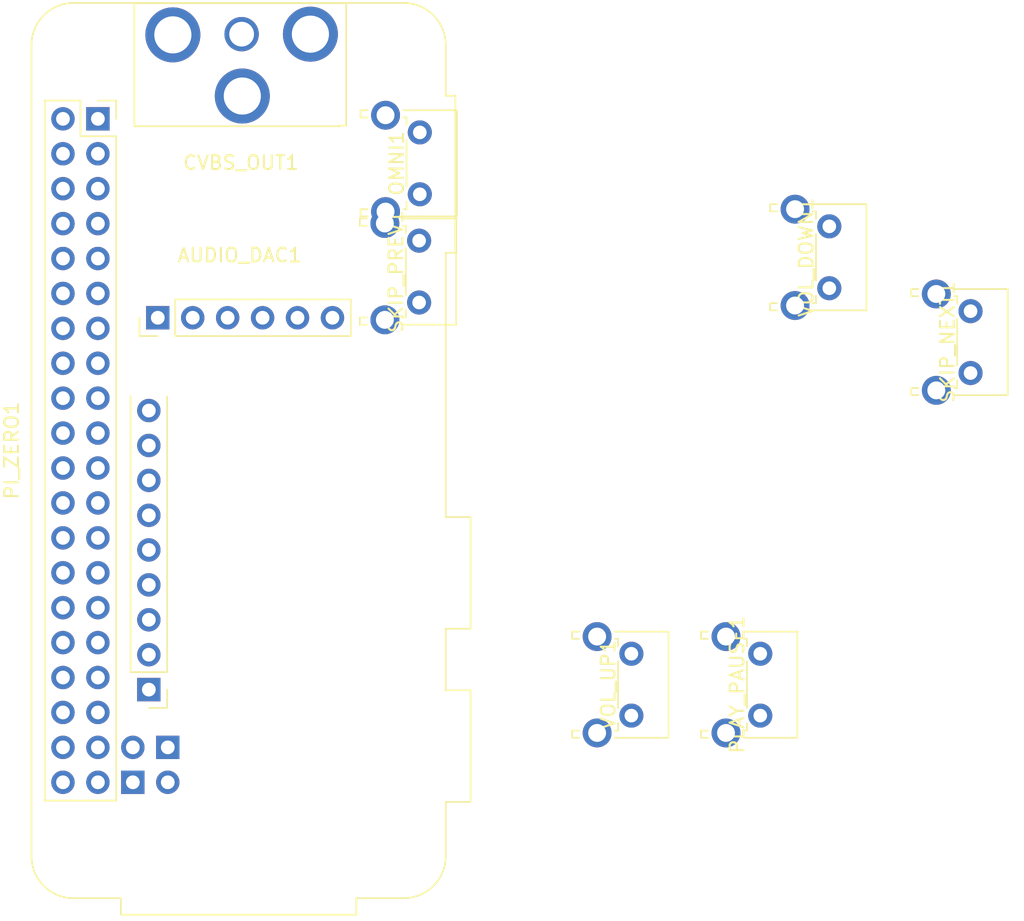
<source format=kicad_pcb>
(kicad_pcb (version 20171130) (host pcbnew "(5.1.10-1-10_14)")

  (general
    (thickness 1.6)
    (drawings 0)
    (tracks 0)
    (zones 0)
    (modules 9)
    (nets 44)
  )

  (page A4)
  (layers
    (0 F.Cu signal)
    (31 B.Cu signal)
    (32 B.Adhes user)
    (33 F.Adhes user)
    (34 B.Paste user)
    (35 F.Paste user)
    (36 B.SilkS user)
    (37 F.SilkS user)
    (38 B.Mask user)
    (39 F.Mask user)
    (40 Dwgs.User user)
    (41 Cmts.User user)
    (42 Eco1.User user)
    (43 Eco2.User user)
    (44 Edge.Cuts user)
    (45 Margin user)
    (46 B.CrtYd user)
    (47 F.CrtYd user)
    (48 B.Fab user)
    (49 F.Fab user)
  )

  (setup
    (last_trace_width 0.25)
    (trace_clearance 0.2)
    (zone_clearance 0.508)
    (zone_45_only no)
    (trace_min 0.2)
    (via_size 0.8)
    (via_drill 0.4)
    (via_min_size 0.4)
    (via_min_drill 0.3)
    (uvia_size 0.3)
    (uvia_drill 0.1)
    (uvias_allowed no)
    (uvia_min_size 0.2)
    (uvia_min_drill 0.1)
    (edge_width 0.05)
    (segment_width 0.2)
    (pcb_text_width 0.3)
    (pcb_text_size 1.5 1.5)
    (mod_edge_width 0.12)
    (mod_text_size 1 1)
    (mod_text_width 0.15)
    (pad_size 1.524 1.524)
    (pad_drill 0.762)
    (pad_to_mask_clearance 0)
    (aux_axis_origin 0 0)
    (visible_elements FFFFFF7F)
    (pcbplotparams
      (layerselection 0x010fc_ffffffff)
      (usegerberextensions false)
      (usegerberattributes true)
      (usegerberadvancedattributes true)
      (creategerberjobfile true)
      (excludeedgelayer true)
      (linewidth 0.100000)
      (plotframeref false)
      (viasonmask false)
      (mode 1)
      (useauxorigin false)
      (hpglpennumber 1)
      (hpglpenspeed 20)
      (hpglpendiameter 15.000000)
      (psnegative false)
      (psa4output false)
      (plotreference true)
      (plotvalue true)
      (plotinvisibletext false)
      (padsonsilk false)
      (subtractmaskfromsilk false)
      (outputformat 1)
      (mirror false)
      (drillshape 1)
      (scaleselection 1)
      (outputdirectory ""))
  )

  (net 0 "")
  (net 1 GND)
  (net 2 "Net-(AUDIO_DAC1-Pad11)")
  (net 3 "Net-(AUDIO_DAC1-Pad12)")
  (net 4 "Net-(AUDIO_DAC1-Pad13)")
  (net 5 "Net-(AUDIO_DAC1-Pad15)")
  (net 6 "Net-(AUDIO_DAC1-Pad9)")
  (net 7 "Net-(AUDIO_DAC1-Pad5)")
  (net 8 "Net-(AUDIO_DAC1-Pad6)")
  (net 9 "Net-(AUDIO_DAC1-Pad7)")
  (net 10 "Net-(AUDIO_DAC1-Pad8)")
  (net 11 "Net-(AUDIO_DAC1-Pad4)")
  (net 12 "Net-(AUDIO_DAC1-Pad1)")
  (net 13 "Net-(AUDIO_DAC1-Pad3)")
  (net 14 "Net-(AUDIO_DAC1-Pad2)")
  (net 15 "Net-(CVBS_OUT1-Pad1)")
  (net 16 "Net-(OMNI1-Pad1)")
  (net 17 "Net-(PI_ZERO1-Pad3)")
  (net 18 "Net-(PI_ZERO1-Pad15)")
  (net 19 "Net-(PI_ZERO1-Pad16)")
  (net 20 "Net-(PI_ZERO1-Pad4)")
  (net 21 "Net-(PI_ZERO1-Pad5)")
  (net 22 "Net-(PI_ZERO1-Pad2)")
  (net 23 "Net-(PI_ZERO1-Pad23)")
  (net 24 "Net-(PI_ZERO1-Pad11)")
  (net 25 "Net-(PI_ZERO1-Pad27)")
  (net 26 "Net-(PI_ZERO1-Pad28)")
  (net 27 "Net-(PI_ZERO1-Pad13)")
  (net 28 "Net-(PI_ZERO1-Pad10)")
  (net 29 "Net-(PI_ZERO1-Pad19)")
  (net 30 "Net-(PI_ZERO1-Pad37)")
  (net 31 "Net-(PI_ZERO1-Pad38)")
  (net 32 "Net-(PI_ZERO1-Pad33)")
  (net 33 "Net-(PI_ZERO1-Pad36)")
  (net 34 "Net-(PI_ZERO1-Pad18)")
  (net 35 "Net-(PI_ZERO1-Pad31)")
  (net 36 "Net-(PI_ZERO1-Pad32)")
  (net 37 "Net-(PI_ZERO1-Pad7)")
  (net 38 "Net-(PI_ZERO1-Pad8)")
  (net 39 "Net-(PI_ZERO1-Pad29)")
  (net 40 "Net-(PI_ZERO1-Pad21)")
  (net 41 "Net-(PI_ZERO1-Pad22)")
  (net 42 "Net-(PI_ZERO1-Pad26)")
  (net 43 "Net-(PI_ZERO1-Pad42)")

  (net_class Default "This is the default net class."
    (clearance 0.2)
    (trace_width 0.25)
    (via_dia 0.8)
    (via_drill 0.4)
    (uvia_dia 0.3)
    (uvia_drill 0.1)
    (add_net GND)
    (add_net "Net-(AUDIO_DAC1-Pad1)")
    (add_net "Net-(AUDIO_DAC1-Pad11)")
    (add_net "Net-(AUDIO_DAC1-Pad12)")
    (add_net "Net-(AUDIO_DAC1-Pad13)")
    (add_net "Net-(AUDIO_DAC1-Pad15)")
    (add_net "Net-(AUDIO_DAC1-Pad2)")
    (add_net "Net-(AUDIO_DAC1-Pad3)")
    (add_net "Net-(AUDIO_DAC1-Pad4)")
    (add_net "Net-(AUDIO_DAC1-Pad5)")
    (add_net "Net-(AUDIO_DAC1-Pad6)")
    (add_net "Net-(AUDIO_DAC1-Pad7)")
    (add_net "Net-(AUDIO_DAC1-Pad8)")
    (add_net "Net-(AUDIO_DAC1-Pad9)")
    (add_net "Net-(CVBS_OUT1-Pad1)")
    (add_net "Net-(OMNI1-Pad1)")
    (add_net "Net-(PI_ZERO1-Pad10)")
    (add_net "Net-(PI_ZERO1-Pad11)")
    (add_net "Net-(PI_ZERO1-Pad13)")
    (add_net "Net-(PI_ZERO1-Pad15)")
    (add_net "Net-(PI_ZERO1-Pad16)")
    (add_net "Net-(PI_ZERO1-Pad18)")
    (add_net "Net-(PI_ZERO1-Pad19)")
    (add_net "Net-(PI_ZERO1-Pad2)")
    (add_net "Net-(PI_ZERO1-Pad21)")
    (add_net "Net-(PI_ZERO1-Pad22)")
    (add_net "Net-(PI_ZERO1-Pad23)")
    (add_net "Net-(PI_ZERO1-Pad26)")
    (add_net "Net-(PI_ZERO1-Pad27)")
    (add_net "Net-(PI_ZERO1-Pad28)")
    (add_net "Net-(PI_ZERO1-Pad29)")
    (add_net "Net-(PI_ZERO1-Pad3)")
    (add_net "Net-(PI_ZERO1-Pad31)")
    (add_net "Net-(PI_ZERO1-Pad32)")
    (add_net "Net-(PI_ZERO1-Pad33)")
    (add_net "Net-(PI_ZERO1-Pad36)")
    (add_net "Net-(PI_ZERO1-Pad37)")
    (add_net "Net-(PI_ZERO1-Pad38)")
    (add_net "Net-(PI_ZERO1-Pad4)")
    (add_net "Net-(PI_ZERO1-Pad42)")
    (add_net "Net-(PI_ZERO1-Pad5)")
    (add_net "Net-(PI_ZERO1-Pad7)")
    (add_net "Net-(PI_ZERO1-Pad8)")
  )

  (module lib_fb:rpiPCM5102 (layer F.Cu) (tedit 5F258944) (tstamp 60FE644E)
    (at 131.308 98.714)
    (descr "Through hole straight pin header, 1x06, 2.54mm pitch, single row")
    (tags "Through hole pin header THT 1x06 2.54mm single row")
    (path /60FE0538)
    (fp_text reference AUDIO_DAC1 (at -4.2 -23) (layer F.SilkS)
      (effects (font (size 1 1) (thickness 0.15)))
    )
    (fp_text value PCM5102 (at -4.6 -21.3) (layer F.Fab)
      (effects (font (size 1 1) (thickness 0.15)))
    )
    (fp_line (start -11.42 -17.815) (end -11.42 -19.72) (layer F.Fab) (width 0.1))
    (fp_line (start -11.42 -19.72) (end 3.82 -19.72) (layer F.Fab) (width 0.1))
    (fp_line (start 3.82 -19.72) (end 3.82 -17.18) (layer F.Fab) (width 0.1))
    (fp_line (start 3.82 -17.18) (end -10.785 -17.18) (layer F.Fab) (width 0.1))
    (fp_line (start -10.785 -17.18) (end -11.42 -17.815) (layer F.Fab) (width 0.1))
    (fp_line (start 3.88 -17.12) (end 3.88 -19.78) (layer F.SilkS) (width 0.12))
    (fp_line (start -8.88 -17.12) (end 3.88 -17.12) (layer F.SilkS) (width 0.12))
    (fp_line (start -8.88 -19.78) (end 3.88 -19.78) (layer F.SilkS) (width 0.12))
    (fp_line (start -8.88 -17.12) (end -8.88 -19.78) (layer F.SilkS) (width 0.12))
    (fp_line (start -10.15 -17.12) (end -11.48 -17.12) (layer F.SilkS) (width 0.12))
    (fp_line (start -11.48 -17.12) (end -11.48 -18.45) (layer F.SilkS) (width 0.12))
    (fp_line (start 4.35 10.45) (end 4.35 -20.25) (layer F.CrtYd) (width 0.05))
    (fp_line (start 4.35 -20.25) (end -12.5 -20.25) (layer F.CrtYd) (width 0.05))
    (fp_line (start -10.165 9.87) (end -12.07 9.87) (layer F.Fab) (width 0.1))
    (fp_line (start -9.53 -12.75) (end -9.53 9.235) (layer F.Fab) (width 0.1))
    (fp_line (start -9.53 9.235) (end -10.165 9.87) (layer F.Fab) (width 0.1))
    (fp_line (start -9.47 7.33) (end -12.13 7.33) (layer F.SilkS) (width 0.12))
    (fp_line (start -12.13 7.33) (end -12.13 -12.75) (layer F.SilkS) (width 0.12))
    (fp_line (start -12.6 10.4) (end 4.3 10.4) (layer F.CrtYd) (width 0.05))
    (fp_line (start -12.6 -20.3) (end -12.6 10.4) (layer F.CrtYd) (width 0.05))
    (fp_line (start -9.47 7.33) (end -9.47 -12.7) (layer F.SilkS) (width 0.12))
    (fp_line (start -12.07 9.87) (end -12.07 -12.65) (layer F.Fab) (width 0.1))
    (fp_line (start -9.47 9.93) (end -10.8 9.93) (layer F.SilkS) (width 0.12))
    (fp_line (start -9.47 8.6) (end -9.47 9.93) (layer F.SilkS) (width 0.12))
    (fp_text user %R (at -4.2 -23 180) (layer F.Fab)
      (effects (font (size 1 1) (thickness 0.15)))
    )
    (pad 10 thru_hole rect (at -10.15 -18.45 90) (size 1.7 1.7) (drill 1) (layers *.Cu *.Mask)
      (net 1 GND))
    (pad 11 thru_hole oval (at -7.61 -18.45 90) (size 1.7 1.7) (drill 1) (layers *.Cu *.Mask)
      (net 2 "Net-(AUDIO_DAC1-Pad11)"))
    (pad 12 thru_hole oval (at -5.07 -18.45 90) (size 1.7 1.7) (drill 1) (layers *.Cu *.Mask)
      (net 3 "Net-(AUDIO_DAC1-Pad12)"))
    (pad 13 thru_hole oval (at -2.53 -18.45 90) (size 1.7 1.7) (drill 1) (layers *.Cu *.Mask)
      (net 4 "Net-(AUDIO_DAC1-Pad13)"))
    (pad 14 thru_hole oval (at 0.01 -18.45 90) (size 1.7 1.7) (drill 1) (layers *.Cu *.Mask)
      (net 1 GND))
    (pad 15 thru_hole oval (at 2.55 -18.45 90) (size 1.7 1.7) (drill 1) (layers *.Cu *.Mask)
      (net 5 "Net-(AUDIO_DAC1-Pad15)"))
    (pad 9 thru_hole rect (at -10.8 8.6 180) (size 1.7 1.7) (drill 1) (layers *.Cu *.Mask)
      (net 6 "Net-(AUDIO_DAC1-Pad9)"))
    (pad 5 thru_hole oval (at -10.8 -1.56 180) (size 1.7 1.7) (drill 1) (layers *.Cu *.Mask)
      (net 7 "Net-(AUDIO_DAC1-Pad5)"))
    (pad 6 thru_hole oval (at -10.8 0.98 180) (size 1.7 1.7) (drill 1) (layers *.Cu *.Mask)
      (net 8 "Net-(AUDIO_DAC1-Pad6)"))
    (pad 7 thru_hole oval (at -10.8 3.52 180) (size 1.7 1.7) (drill 1) (layers *.Cu *.Mask)
      (net 9 "Net-(AUDIO_DAC1-Pad7)"))
    (pad 8 thru_hole oval (at -10.8 6.06 180) (size 1.7 1.7) (drill 1) (layers *.Cu *.Mask)
      (net 10 "Net-(AUDIO_DAC1-Pad8)"))
    (pad 4 thru_hole oval (at -10.8 -4.08 180) (size 1.7 1.7) (drill 1) (layers *.Cu *.Mask)
      (net 11 "Net-(AUDIO_DAC1-Pad4)"))
    (pad 1 thru_hole oval (at -10.8 -11.7 180) (size 1.7 1.7) (drill 1) (layers *.Cu *.Mask)
      (net 12 "Net-(AUDIO_DAC1-Pad1)"))
    (pad 3 thru_hole oval (at -10.8 -6.62 180) (size 1.7 1.7) (drill 1) (layers *.Cu *.Mask)
      (net 13 "Net-(AUDIO_DAC1-Pad3)"))
    (pad 2 thru_hole oval (at -10.8 -9.16 180) (size 1.7 1.7) (drill 1) (layers *.Cu *.Mask)
      (net 14 "Net-(AUDIO_DAC1-Pad2)"))
    (model ${KISYS3DMOD}/Connector_PinHeader_2.54mm.3dshapes/PinHeader_1x06_P2.54mm_Vertical.wrl
      (at (xyz 0 0 0))
      (scale (xyz 1 1 1))
      (rotate (xyz 0 0 0))
    )
  )

  (module lib_fb:rca_angle_RCJ01 (layer F.Cu) (tedit 5F258D2E) (tstamp 60FE645F)
    (at 127.254 65.786 180)
    (path /60FF7856)
    (fp_text reference CVBS_OUT1 (at 0.05 -3.2) (layer F.SilkS)
      (effects (font (size 1 1) (thickness 0.15)))
    )
    (fp_text value Conn_Coaxial (at 0.05 -1.95) (layer F.Fab)
      (effects (font (size 1 1) (thickness 0.15)))
    )
    (fp_line (start -7.15 -0.55) (end 7.8 -0.55) (layer F.SilkS) (width 0.12))
    (fp_line (start 7.8 -0.55) (end 7.8 8.4) (layer F.SilkS) (width 0.12))
    (fp_line (start 7.8 8.4) (end -7.6 8.4) (layer F.SilkS) (width 0.12))
    (fp_line (start -7.6 8.4) (end -7.6 -0.5) (layer F.SilkS) (width 0.12))
    (fp_line (start -7.6 -0.5) (end -7.1 -0.5) (layer F.SilkS) (width 0.12))
    (fp_line (start -7.65 -0.65) (end 7.95 -0.65) (layer F.CrtYd) (width 0.12))
    (fp_line (start 7.95 -0.65) (end 7.95 8.5) (layer F.CrtYd) (width 0.12))
    (fp_line (start 7.95 8.5) (end -7.7 8.5) (layer F.CrtYd) (width 0.12))
    (fp_line (start -7.7 8.5) (end -7.7 -0.6) (layer F.CrtYd) (width 0.12))
    (pad 1 thru_hole circle (at 0 6.15 180) (size 2.5 2.5) (drill 1.8) (layers *.Cu *.Mask)
      (net 15 "Net-(CVBS_OUT1-Pad1)"))
    (pad 2 thru_hole circle (at 5 6.1 180) (size 4 4) (drill 2.7) (layers *.Cu *.Mask)
      (net 1 GND))
    (pad 2 thru_hole circle (at -5 6.15 180) (size 4 4) (drill 2.7) (layers *.Cu *.Mask)
      (net 1 GND))
    (pad 2 thru_hole circle (at -0.05 1.65 180) (size 4 4) (drill 2.7) (layers *.Cu *.Mask)
      (net 1 GND))
  )

  (module Button_Switch_THT:SW_Tactile_SPST_Angled_PTS645Vx39-2LFS (layer F.Cu) (tedit 5A02FE31) (tstamp 60FE6485)
    (at 140.208 66.782 270)
    (descr "tactile switch SPST right angle, PTS645VL39-2 LFS")
    (tags "tactile switch SPST angled PTS645VL39-2 LFS C&K Button")
    (path /60FE223C)
    (fp_text reference OMNI1 (at 2.25 1.68 90) (layer F.SilkS)
      (effects (font (size 1 1) (thickness 0.15)))
    )
    (fp_text value SW_SPST (at 2.25 5.38988 90) (layer F.Fab)
      (effects (font (size 1 1) (thickness 0.15)))
    )
    (fp_line (start 0.55 0.97) (end 3.95 0.97) (layer F.SilkS) (width 0.12))
    (fp_line (start -1.09 0.97) (end -0.55 0.97) (layer F.SilkS) (width 0.12))
    (fp_line (start 6.11 3.8) (end 6.11 4.31) (layer F.SilkS) (width 0.12))
    (fp_line (start 5.59 4.31) (end 6.11 4.31) (layer F.SilkS) (width 0.12))
    (fp_line (start 5.59 3.8) (end 5.59 4.31) (layer F.SilkS) (width 0.12))
    (fp_line (start 5.05 0.97) (end 5.59 0.97) (layer F.SilkS) (width 0.12))
    (fp_line (start -1.61 3.8) (end -1.61 4.31) (layer F.SilkS) (width 0.12))
    (fp_line (start -1.09 3.8) (end -1.09 4.31) (layer F.SilkS) (width 0.12))
    (fp_line (start 5.59 0.97) (end 5.59 1.2) (layer F.SilkS) (width 0.12))
    (fp_line (start -1.2 4.2) (end -1.2 0.86) (layer F.Fab) (width 0.1))
    (fp_line (start 5.7 4.2) (end 6 4.2) (layer F.Fab) (width 0.1))
    (fp_line (start -1.5 4.2) (end -1.5 -2.59) (layer F.Fab) (width 0.1))
    (fp_line (start -1.5 -2.59) (end 6 -2.59) (layer F.Fab) (width 0.1))
    (fp_line (start -1.61 -2.7) (end -1.61 1.2) (layer F.SilkS) (width 0.12))
    (fp_line (start -1.61 4.31) (end -1.09 4.31) (layer F.SilkS) (width 0.12))
    (fp_line (start 6.11 -2.7) (end 6.11 1.2) (layer F.SilkS) (width 0.12))
    (fp_line (start -1.61 -2.7) (end 6.11 -2.7) (layer F.SilkS) (width 0.12))
    (fp_line (start -2.5 4.45) (end -2.5 -2.8) (layer F.CrtYd) (width 0.05))
    (fp_line (start 7.05 4.45) (end -2.5 4.45) (layer F.CrtYd) (width 0.05))
    (fp_line (start 7.05 -2.8) (end 7.05 4.45) (layer F.CrtYd) (width 0.05))
    (fp_line (start -2.5 -2.8) (end 7.05 -2.8) (layer F.CrtYd) (width 0.05))
    (fp_line (start 6 4.2) (end 6 -2.59) (layer F.Fab) (width 0.1))
    (fp_line (start -1.2 0.86) (end 5.7 0.86) (layer F.Fab) (width 0.1))
    (fp_line (start -1.5 4.2) (end -1.2 4.2) (layer F.Fab) (width 0.1))
    (fp_line (start 5.7 4.2) (end 5.7 0.86) (layer F.Fab) (width 0.1))
    (fp_line (start -1.09 0.97) (end -1.09 1.2) (layer F.SilkS) (width 0.12))
    (fp_line (start 0.5 -3.85) (end 4 -3.85) (layer F.Fab) (width 0.1))
    (fp_line (start 4 -3.85) (end 4 -2.59) (layer F.Fab) (width 0.1))
    (fp_line (start 0.5 -3.85) (end 0.5 -2.59) (layer F.Fab) (width 0.1))
    (fp_text user %R (at 2.25 1.68 90) (layer F.Fab)
      (effects (font (size 1 1) (thickness 0.15)))
    )
    (pad "" thru_hole circle (at -1.25 2.49 270) (size 2.1 2.1) (drill 1.3) (layers *.Cu *.Mask))
    (pad 1 thru_hole circle (at 0 0 270) (size 1.75 1.75) (drill 0.99) (layers *.Cu *.Mask)
      (net 16 "Net-(OMNI1-Pad1)"))
    (pad 2 thru_hole circle (at 4.5 0 270) (size 1.75 1.75) (drill 0.99) (layers *.Cu *.Mask)
      (net 1 GND))
    (pad "" thru_hole circle (at 5.76 2.49 270) (size 2.1 2.1) (drill 1.3) (layers *.Cu *.Mask))
    (model ${KISYS3DMOD}/Button_Switch_THT.3dshapes/SW_Tactile_SPST_Angled_PTS645Vx39-2LFS.wrl
      (at (xyz 0 0 0))
      (scale (xyz 1 1 1))
      (rotate (xyz 0 0 0))
    )
  )

  (module lib_fb:Raspberry_Pi_Zero (layer F.Cu) (tedit 5F258264) (tstamp 60FE650F)
    (at 116.805001 65.795001)
    (descr "Raspberry Pi Zero using through hole straight pin socket, 2x20, 2.54mm pitch, https://www.raspberrypi.org/documentation/hardware/raspberrypi/mechanical/rpi_MECH_Zero_1p2.pdf")
    (tags "raspberry pi zero through hole")
    (path /60FE165F)
    (fp_text reference PI_ZERO1 (at -6.27 24.13 90) (layer F.SilkS)
      (effects (font (size 1 1) (thickness 0.15)))
    )
    (fp_text value Raspberry_Pi_Zero (at 10.23 24.13 270) (layer F.Fab)
      (effects (font (size 1 1) (thickness 0.15)))
    )
    (fp_line (start 25.29 -1.68) (end 25.29 -5.37) (layer F.SilkS) (width 0.12))
    (fp_line (start 25.99 -1.68) (end 25.29 -1.68) (layer F.SilkS) (width 0.12))
    (fp_line (start 25.99 9.74) (end 25.99 -1.68) (layer F.SilkS) (width 0.12))
    (fp_line (start 25.29 9.74) (end 25.99 9.74) (layer F.SilkS) (width 0.12))
    (fp_line (start 25.29 28.97) (end 25.29 9.74) (layer F.SilkS) (width 0.12))
    (fp_line (start 25.29 41.57) (end 25.29 37.09) (layer F.SilkS) (width 0.12))
    (fp_line (start 27.09 37.09) (end 27.09 28.97) (layer F.SilkS) (width 0.12))
    (fp_line (start 27.09 28.97) (end 25.29 28.97) (layer F.SilkS) (width 0.12))
    (fp_line (start 25.29 37.09) (end 27.09 37.09) (layer F.SilkS) (width 0.12))
    (fp_line (start 27.09 41.57) (end 25.29 41.57) (layer F.SilkS) (width 0.12))
    (fp_line (start 27.09 49.69) (end 27.09 41.57) (layer F.SilkS) (width 0.12))
    (fp_line (start 25.29 49.69) (end 27.09 49.69) (layer F.SilkS) (width 0.12))
    (fp_line (start 1.67 56.69) (end -1.77 56.69) (layer F.SilkS) (width 0.12))
    (fp_line (start 18.79 57.89) (end 18.79 56.69) (layer F.SilkS) (width 0.12))
    (fp_line (start 1.67 57.89) (end 18.79 57.89) (layer F.SilkS) (width 0.12))
    (fp_line (start 1.67 56.69) (end 1.67 57.89) (layer F.SilkS) (width 0.12))
    (fp_line (start 22.23 56.63) (end 18.73 56.63) (layer F.Fab) (width 0.1))
    (fp_line (start 18.73 56.63) (end 18.73 57.83) (layer F.Fab) (width 0.1))
    (fp_line (start 1.73 57.83) (end 18.73 57.83) (layer F.Fab) (width 0.1))
    (fp_line (start 1.73 56.63) (end 1.73 57.83) (layer F.Fab) (width 0.1))
    (fp_line (start 25.23 29.03) (end 25.23 9.68) (layer F.Fab) (width 0.1))
    (fp_line (start 25.23 41.63) (end 25.23 37.03) (layer F.Fab) (width 0.1))
    (fp_line (start 25.23 49.63) (end 25.23 53.63) (layer F.Fab) (width 0.1))
    (fp_line (start 27.03 37.03) (end 27.03 29.03) (layer F.Fab) (width 0.1))
    (fp_line (start 25.23 37.03) (end 27.03 37.03) (layer F.Fab) (width 0.1))
    (fp_line (start 27.03 29.03) (end 25.23 29.03) (layer F.Fab) (width 0.1))
    (fp_line (start -4.77 53.63) (end -4.77 -5.37) (layer F.Fab) (width 0.1))
    (fp_line (start -1.77 -8.37) (end 22.23 -8.37) (layer F.Fab) (width 0.1))
    (fp_line (start -1.77 56.63) (end 1.73 56.63) (layer F.Fab) (width 0.1))
    (fp_line (start -3.81 49.53) (end -3.81 -1.27) (layer F.Fab) (width 0.1))
    (fp_line (start 1.27 49.53) (end -3.81 49.53) (layer F.Fab) (width 0.1))
    (fp_line (start -3.87 -1.33) (end -3.87 49.59) (layer F.SilkS) (width 0.12))
    (fp_line (start -3.87 -1.33) (end -1.27 -1.33) (layer F.SilkS) (width 0.12))
    (fp_line (start 1.76 -1.8) (end 1.76 50) (layer F.CrtYd) (width 0.05))
    (fp_line (start -4.34 -1.8) (end 1.76 -1.8) (layer F.CrtYd) (width 0.05))
    (fp_line (start -4.34 50) (end -4.34 -1.8) (layer F.CrtYd) (width 0.05))
    (fp_line (start 1.76 50) (end -4.34 50) (layer F.CrtYd) (width 0.05))
    (fp_line (start -1.27 -1.33) (end -1.27 1.27) (layer F.SilkS) (width 0.12))
    (fp_line (start -1.27 1.27) (end 1.33 1.27) (layer F.SilkS) (width 0.12))
    (fp_line (start 0 -1.33) (end 1.33 -1.33) (layer F.SilkS) (width 0.12))
    (fp_line (start 1.33 -1.33) (end 1.33 0) (layer F.SilkS) (width 0.12))
    (fp_line (start 1.33 1.27) (end 1.33 49.59) (layer F.SilkS) (width 0.12))
    (fp_line (start -3.87 49.59) (end 1.33 49.59) (layer F.SilkS) (width 0.12))
    (fp_line (start 0.27 -1.27) (end 1.27 -0.27) (layer F.Fab) (width 0.1))
    (fp_line (start -3.81 -1.27) (end 0.27 -1.27) (layer F.Fab) (width 0.1))
    (fp_line (start 1.27 -0.27) (end 1.27 49.53) (layer F.Fab) (width 0.1))
    (fp_line (start 18.79 56.69) (end 22.23 56.69) (layer F.SilkS) (width 0.12))
    (fp_line (start 25.29 53.63) (end 25.29 49.69) (layer F.SilkS) (width 0.12))
    (fp_line (start -1.77 -8.43) (end 22.23 -8.43) (layer F.SilkS) (width 0.12))
    (fp_line (start -4.83 53.63) (end -4.83 -5.37) (layer F.SilkS) (width 0.12))
    (fp_line (start 27.53 50.13) (end 25.48 50.13) (layer F.CrtYd) (width 0.05))
    (fp_line (start 27.53 41.13) (end 25.48 41.13) (layer F.CrtYd) (width 0.05))
    (fp_line (start 27.53 50.13) (end 27.53 41.13) (layer F.CrtYd) (width 0.05))
    (fp_line (start 27.53 37.53) (end 25.48 37.53) (layer F.CrtYd) (width 0.05))
    (fp_line (start 27.53 37.53) (end 27.53 28.53) (layer F.CrtYd) (width 0.05))
    (fp_line (start 27.53 28.53) (end 25.48 28.53) (layer F.CrtYd) (width 0.05))
    (fp_line (start 26.43 10.18) (end 25.48 10.18) (layer F.CrtYd) (width 0.05))
    (fp_line (start 26.43 -2.12) (end 25.48 -2.12) (layer F.CrtYd) (width 0.05))
    (fp_line (start 26.43 -2.12) (end 26.43 10.18) (layer F.CrtYd) (width 0.05))
    (fp_line (start 1.23 58.33) (end 1.23 56.88) (layer F.CrtYd) (width 0.05))
    (fp_line (start 19.23 58.33) (end 19.23 56.88) (layer F.CrtYd) (width 0.05))
    (fp_line (start 19.23 58.33) (end 1.23 58.33) (layer F.CrtYd) (width 0.05))
    (fp_line (start -5.02 56.88) (end -5.02 -8.62) (layer F.CrtYd) (width 0.05))
    (fp_line (start 25.48 28.53) (end 25.48 10.18) (layer F.CrtYd) (width 0.05))
    (fp_line (start -5.02 -8.62) (end 25.48 -8.62) (layer F.CrtYd) (width 0.05))
    (fp_line (start 25.48 -2.12) (end 25.48 -8.62) (layer F.CrtYd) (width 0.05))
    (fp_line (start 25.48 37.53) (end 25.48 41.13) (layer F.CrtYd) (width 0.05))
    (fp_line (start 25.48 50.13) (end 25.48 56.88) (layer F.CrtYd) (width 0.05))
    (fp_line (start -5.02 56.88) (end 1.23 56.88) (layer F.CrtYd) (width 0.05))
    (fp_line (start 19.23 56.88) (end 25.48 56.88) (layer F.CrtYd) (width 0.05))
    (fp_line (start 25.23 -1.62) (end 25.93 -1.62) (layer F.Fab) (width 0.1))
    (fp_line (start 25.23 9.68) (end 25.93 9.68) (layer F.Fab) (width 0.1))
    (fp_line (start 25.93 9.68) (end 25.93 -1.62) (layer F.Fab) (width 0.1))
    (fp_line (start 25.23 -1.62) (end 25.23 -5.37) (layer F.Fab) (width 0.1))
    (fp_line (start 25.23 49.63) (end 27.03 49.63) (layer F.Fab) (width 0.1))
    (fp_line (start 27.03 49.63) (end 27.03 41.63) (layer F.Fab) (width 0.1))
    (fp_line (start 27.03 41.63) (end 25.23 41.63) (layer F.Fab) (width 0.1))
    (fp_arc (start 22.23 -5.37) (end 22.23 -8.43) (angle 90) (layer F.SilkS) (width 0.12))
    (fp_arc (start 22.23 53.63) (end 25.23 53.63) (angle 90) (layer F.Fab) (width 0.1))
    (fp_arc (start -1.77 -5.37) (end -4.83 -5.37) (angle 90) (layer F.SilkS) (width 0.12))
    (fp_arc (start -1.77 53.63) (end -1.77 56.69) (angle 90) (layer F.SilkS) (width 0.12))
    (fp_arc (start 22.23 53.63) (end 25.29 53.63) (angle 90) (layer F.SilkS) (width 0.12))
    (fp_arc (start 22.23 -5.37) (end 22.23 -8.37) (angle 90) (layer F.Fab) (width 0.1))
    (fp_arc (start -1.77 -5.37) (end -4.77 -5.37) (angle 90) (layer F.Fab) (width 0.1))
    (fp_arc (start -1.77 53.63) (end -1.77 56.63) (angle 90) (layer F.Fab) (width 0.1))
    (fp_text user %R (at -1.27 24.13 90) (layer F.Fab)
      (effects (font (size 1 1) (thickness 0.15)))
    )
    (pad 6 thru_hole oval (at -2.54 5.08) (size 1.7 1.7) (drill 1) (layers *.Cu *.Mask)
      (net 1 GND))
    (pad 3 thru_hole oval (at 0 2.54) (size 1.7 1.7) (drill 1) (layers *.Cu *.Mask)
      (net 17 "Net-(PI_ZERO1-Pad3)"))
    (pad 15 thru_hole oval (at 0 17.78) (size 1.7 1.7) (drill 1) (layers *.Cu *.Mask)
      (net 18 "Net-(PI_ZERO1-Pad15)"))
    (pad 16 thru_hole oval (at -2.54 17.78) (size 1.7 1.7) (drill 1) (layers *.Cu *.Mask)
      (net 19 "Net-(PI_ZERO1-Pad16)"))
    (pad 4 thru_hole oval (at -2.54 2.54) (size 1.7 1.7) (drill 1) (layers *.Cu *.Mask)
      (net 20 "Net-(PI_ZERO1-Pad4)"))
    (pad 5 thru_hole oval (at 0 5.08) (size 1.7 1.7) (drill 1) (layers *.Cu *.Mask)
      (net 21 "Net-(PI_ZERO1-Pad5)"))
    (pad 2 thru_hole oval (at -2.54 0) (size 1.7 1.7) (drill 1) (layers *.Cu *.Mask)
      (net 22 "Net-(PI_ZERO1-Pad2)"))
    (pad 1 thru_hole rect (at 0 0) (size 1.7 1.7) (drill 1) (layers *.Cu *.Mask)
      (net 5 "Net-(AUDIO_DAC1-Pad15)"))
    (pad 23 thru_hole oval (at 0 27.94) (size 1.7 1.7) (drill 1) (layers *.Cu *.Mask)
      (net 23 "Net-(PI_ZERO1-Pad23)"))
    (pad 24 thru_hole oval (at -2.54 27.94) (size 1.7 1.7) (drill 1) (layers *.Cu *.Mask)
      (net 16 "Net-(OMNI1-Pad1)"))
    (pad 11 thru_hole oval (at 0 12.7) (size 1.7 1.7) (drill 1) (layers *.Cu *.Mask)
      (net 24 "Net-(PI_ZERO1-Pad11)"))
    (pad 12 thru_hole oval (at -2.54 12.7) (size 1.7 1.7) (drill 1) (layers *.Cu *.Mask)
      (net 2 "Net-(AUDIO_DAC1-Pad11)"))
    (pad 27 thru_hole oval (at 0 33.02) (size 1.7 1.7) (drill 1) (layers *.Cu *.Mask)
      (net 25 "Net-(PI_ZERO1-Pad27)"))
    (pad 28 thru_hole oval (at -2.54 33.02) (size 1.7 1.7) (drill 1) (layers *.Cu *.Mask)
      (net 26 "Net-(PI_ZERO1-Pad28)"))
    (pad 13 thru_hole oval (at 0 15.24) (size 1.7 1.7) (drill 1) (layers *.Cu *.Mask)
      (net 27 "Net-(PI_ZERO1-Pad13)"))
    (pad 14 thru_hole oval (at -2.54 15.24) (size 1.7 1.7) (drill 1) (layers *.Cu *.Mask)
      (net 1 GND))
    (pad 9 thru_hole oval (at 0 10.16) (size 1.7 1.7) (drill 1) (layers *.Cu *.Mask)
      (net 1 GND))
    (pad 10 thru_hole oval (at -2.54 10.16) (size 1.7 1.7) (drill 1) (layers *.Cu *.Mask)
      (net 28 "Net-(PI_ZERO1-Pad10)"))
    (pad 19 thru_hole oval (at 0 22.86) (size 1.7 1.7) (drill 1) (layers *.Cu *.Mask)
      (net 29 "Net-(PI_ZERO1-Pad19)"))
    (pad 20 thru_hole oval (at -2.54 22.86) (size 1.7 1.7) (drill 1) (layers *.Cu *.Mask)
      (net 1 GND))
    (pad 37 thru_hole oval (at 0 45.72) (size 1.7 1.7) (drill 1) (layers *.Cu *.Mask)
      (net 30 "Net-(PI_ZERO1-Pad37)"))
    (pad 38 thru_hole oval (at -2.54 45.72) (size 1.7 1.7) (drill 1) (layers *.Cu *.Mask)
      (net 31 "Net-(PI_ZERO1-Pad38)"))
    (pad 33 thru_hole oval (at 0 40.64) (size 1.7 1.7) (drill 1) (layers *.Cu *.Mask)
      (net 32 "Net-(PI_ZERO1-Pad33)"))
    (pad 34 thru_hole oval (at -2.54 40.64) (size 1.7 1.7) (drill 1) (layers *.Cu *.Mask)
      (net 1 GND))
    (pad 35 thru_hole oval (at 0 43.18) (size 1.7 1.7) (drill 1) (layers *.Cu *.Mask)
      (net 4 "Net-(AUDIO_DAC1-Pad13)"))
    (pad 36 thru_hole oval (at -2.54 43.18) (size 1.7 1.7) (drill 1) (layers *.Cu *.Mask)
      (net 33 "Net-(PI_ZERO1-Pad36)"))
    (pad 17 thru_hole oval (at 0 20.32) (size 1.7 1.7) (drill 1) (layers *.Cu *.Mask)
      (net 5 "Net-(AUDIO_DAC1-Pad15)"))
    (pad 18 thru_hole oval (at -2.54 20.32) (size 1.7 1.7) (drill 1) (layers *.Cu *.Mask)
      (net 34 "Net-(PI_ZERO1-Pad18)"))
    (pad 31 thru_hole oval (at 0 38.1) (size 1.7 1.7) (drill 1) (layers *.Cu *.Mask)
      (net 35 "Net-(PI_ZERO1-Pad31)"))
    (pad 32 thru_hole oval (at -2.54 38.1) (size 1.7 1.7) (drill 1) (layers *.Cu *.Mask)
      (net 36 "Net-(PI_ZERO1-Pad32)"))
    (pad 7 thru_hole oval (at 0 7.62) (size 1.7 1.7) (drill 1) (layers *.Cu *.Mask)
      (net 37 "Net-(PI_ZERO1-Pad7)"))
    (pad 8 thru_hole oval (at -2.54 7.62) (size 1.7 1.7) (drill 1) (layers *.Cu *.Mask)
      (net 38 "Net-(PI_ZERO1-Pad8)"))
    (pad 29 thru_hole oval (at 0 35.56) (size 1.7 1.7) (drill 1) (layers *.Cu *.Mask)
      (net 39 "Net-(PI_ZERO1-Pad29)"))
    (pad 30 thru_hole oval (at -2.54 35.56) (size 1.7 1.7) (drill 1) (layers *.Cu *.Mask)
      (net 1 GND))
    (pad 21 thru_hole oval (at 0 25.4) (size 1.7 1.7) (drill 1) (layers *.Cu *.Mask)
      (net 40 "Net-(PI_ZERO1-Pad21)"))
    (pad 22 thru_hole oval (at -2.54 25.4) (size 1.7 1.7) (drill 1) (layers *.Cu *.Mask)
      (net 41 "Net-(PI_ZERO1-Pad22)"))
    (pad 25 thru_hole oval (at 0 30.48) (size 1.7 1.7) (drill 1) (layers *.Cu *.Mask)
      (net 1 GND))
    (pad 26 thru_hole oval (at -2.54 30.48) (size 1.7 1.7) (drill 1) (layers *.Cu *.Mask)
      (net 42 "Net-(PI_ZERO1-Pad26)"))
    (pad 39 thru_hole oval (at 0 48.26) (size 1.7 1.7) (drill 1) (layers *.Cu *.Mask)
      (net 1 GND))
    (pad 40 thru_hole oval (at -2.54 48.26) (size 1.7 1.7) (drill 1) (layers *.Cu *.Mask)
      (net 3 "Net-(AUDIO_DAC1-Pad12)"))
    (pad "" np_thru_hole circle (at -1.27 -4.87 90) (size 2.75 2.75) (drill 2.75) (layers *.Cu *.Mask)
      (solder_mask_margin 1.625))
    (pad "" np_thru_hole circle (at 21.73 53.13 90) (size 2.75 2.75) (drill 2.75) (layers *.Cu *.Mask)
      (solder_mask_margin 1.625))
    (pad "" np_thru_hole circle (at 21.73 -4.87 90) (size 2.75 2.75) (drill 2.75) (layers *.Cu *.Mask)
      (solder_mask_margin 1.625))
    (pad "" np_thru_hole circle (at -1.27 53.13 90) (size 2.75 2.75) (drill 2.75) (layers *.Cu *.Mask)
      (solder_mask_margin 1.625))
    (pad "" thru_hole rect (at 2.54 48.26) (size 1.7 1.7) (drill 1) (layers *.Cu *.Mask))
    (pad 41 thru_hole rect (at 5.08 45.72) (size 1.7 1.7) (drill 1) (layers *.Cu *.Mask)
      (net 15 "Net-(CVBS_OUT1-Pad1)"))
    (pad 42 thru_hole oval (at 5.08 48.26) (size 1.7 1.7) (drill 1) (layers *.Cu *.Mask)
      (net 43 "Net-(PI_ZERO1-Pad42)"))
    (pad "" thru_hole oval (at 2.54 45.72) (size 1.7 1.7) (drill 1) (layers *.Cu *.Mask))
    (model ${KISYS3DMOD}/Module.3dshapes/Raspberry_Pi_Zero_Socketed_THT_FaceDown_MountingHoles.wrl
      (at (xyz 0 0 0))
      (scale (xyz 1 1 1))
      (rotate (xyz 0 0 0))
    )
  )

  (module Button_Switch_THT:SW_Tactile_SPST_Angled_PTS645Vx39-2LFS (layer F.Cu) (tedit 5A02FE31) (tstamp 60FE6535)
    (at 164.959999 104.705001 270)
    (descr "tactile switch SPST right angle, PTS645VL39-2 LFS")
    (tags "tactile switch SPST angled PTS645VL39-2 LFS C&K Button")
    (path /60FE2F05)
    (fp_text reference PLAY_PAUSE1 (at 2.25 1.68 90) (layer F.SilkS)
      (effects (font (size 1 1) (thickness 0.15)))
    )
    (fp_text value SW_SPST (at 2.25 5.38988 90) (layer F.Fab)
      (effects (font (size 1 1) (thickness 0.15)))
    )
    (fp_line (start 0.55 0.97) (end 3.95 0.97) (layer F.SilkS) (width 0.12))
    (fp_line (start -1.09 0.97) (end -0.55 0.97) (layer F.SilkS) (width 0.12))
    (fp_line (start 6.11 3.8) (end 6.11 4.31) (layer F.SilkS) (width 0.12))
    (fp_line (start 5.59 4.31) (end 6.11 4.31) (layer F.SilkS) (width 0.12))
    (fp_line (start 5.59 3.8) (end 5.59 4.31) (layer F.SilkS) (width 0.12))
    (fp_line (start 5.05 0.97) (end 5.59 0.97) (layer F.SilkS) (width 0.12))
    (fp_line (start -1.61 3.8) (end -1.61 4.31) (layer F.SilkS) (width 0.12))
    (fp_line (start -1.09 3.8) (end -1.09 4.31) (layer F.SilkS) (width 0.12))
    (fp_line (start 5.59 0.97) (end 5.59 1.2) (layer F.SilkS) (width 0.12))
    (fp_line (start -1.2 4.2) (end -1.2 0.86) (layer F.Fab) (width 0.1))
    (fp_line (start 5.7 4.2) (end 6 4.2) (layer F.Fab) (width 0.1))
    (fp_line (start -1.5 4.2) (end -1.5 -2.59) (layer F.Fab) (width 0.1))
    (fp_line (start -1.5 -2.59) (end 6 -2.59) (layer F.Fab) (width 0.1))
    (fp_line (start -1.61 -2.7) (end -1.61 1.2) (layer F.SilkS) (width 0.12))
    (fp_line (start -1.61 4.31) (end -1.09 4.31) (layer F.SilkS) (width 0.12))
    (fp_line (start 6.11 -2.7) (end 6.11 1.2) (layer F.SilkS) (width 0.12))
    (fp_line (start -1.61 -2.7) (end 6.11 -2.7) (layer F.SilkS) (width 0.12))
    (fp_line (start -2.5 4.45) (end -2.5 -2.8) (layer F.CrtYd) (width 0.05))
    (fp_line (start 7.05 4.45) (end -2.5 4.45) (layer F.CrtYd) (width 0.05))
    (fp_line (start 7.05 -2.8) (end 7.05 4.45) (layer F.CrtYd) (width 0.05))
    (fp_line (start -2.5 -2.8) (end 7.05 -2.8) (layer F.CrtYd) (width 0.05))
    (fp_line (start 6 4.2) (end 6 -2.59) (layer F.Fab) (width 0.1))
    (fp_line (start -1.2 0.86) (end 5.7 0.86) (layer F.Fab) (width 0.1))
    (fp_line (start -1.5 4.2) (end -1.2 4.2) (layer F.Fab) (width 0.1))
    (fp_line (start 5.7 4.2) (end 5.7 0.86) (layer F.Fab) (width 0.1))
    (fp_line (start -1.09 0.97) (end -1.09 1.2) (layer F.SilkS) (width 0.12))
    (fp_line (start 0.5 -3.85) (end 4 -3.85) (layer F.Fab) (width 0.1))
    (fp_line (start 4 -3.85) (end 4 -2.59) (layer F.Fab) (width 0.1))
    (fp_line (start 0.5 -3.85) (end 0.5 -2.59) (layer F.Fab) (width 0.1))
    (fp_text user %R (at 2.25 1.68 90) (layer F.Fab)
      (effects (font (size 1 1) (thickness 0.15)))
    )
    (pad "" thru_hole circle (at -1.25 2.49 270) (size 2.1 2.1) (drill 1.3) (layers *.Cu *.Mask))
    (pad 1 thru_hole circle (at 0 0 270) (size 1.75 1.75) (drill 0.99) (layers *.Cu *.Mask)
      (net 29 "Net-(PI_ZERO1-Pad19)"))
    (pad 2 thru_hole circle (at 4.5 0 270) (size 1.75 1.75) (drill 0.99) (layers *.Cu *.Mask)
      (net 1 GND))
    (pad "" thru_hole circle (at 5.76 2.49 270) (size 2.1 2.1) (drill 1.3) (layers *.Cu *.Mask))
    (model ${KISYS3DMOD}/Button_Switch_THT.3dshapes/SW_Tactile_SPST_Angled_PTS645Vx39-2LFS.wrl
      (at (xyz 0 0 0))
      (scale (xyz 1 1 1))
      (rotate (xyz 0 0 0))
    )
  )

  (module Button_Switch_THT:SW_Tactile_SPST_Angled_PTS645Vx39-2LFS (layer F.Cu) (tedit 5A02FE31) (tstamp 60FE655B)
    (at 180.249999 79.785001 270)
    (descr "tactile switch SPST right angle, PTS645VL39-2 LFS")
    (tags "tactile switch SPST angled PTS645VL39-2 LFS C&K Button")
    (path /60FE3805)
    (fp_text reference SKIP_NEXT1 (at 2.25 1.68 90) (layer F.SilkS)
      (effects (font (size 1 1) (thickness 0.15)))
    )
    (fp_text value SW_SPST (at 2.25 5.38988 90) (layer F.Fab)
      (effects (font (size 1 1) (thickness 0.15)))
    )
    (fp_line (start 0.5 -3.85) (end 0.5 -2.59) (layer F.Fab) (width 0.1))
    (fp_line (start 4 -3.85) (end 4 -2.59) (layer F.Fab) (width 0.1))
    (fp_line (start 0.5 -3.85) (end 4 -3.85) (layer F.Fab) (width 0.1))
    (fp_line (start -1.09 0.97) (end -1.09 1.2) (layer F.SilkS) (width 0.12))
    (fp_line (start 5.7 4.2) (end 5.7 0.86) (layer F.Fab) (width 0.1))
    (fp_line (start -1.5 4.2) (end -1.2 4.2) (layer F.Fab) (width 0.1))
    (fp_line (start -1.2 0.86) (end 5.7 0.86) (layer F.Fab) (width 0.1))
    (fp_line (start 6 4.2) (end 6 -2.59) (layer F.Fab) (width 0.1))
    (fp_line (start -2.5 -2.8) (end 7.05 -2.8) (layer F.CrtYd) (width 0.05))
    (fp_line (start 7.05 -2.8) (end 7.05 4.45) (layer F.CrtYd) (width 0.05))
    (fp_line (start 7.05 4.45) (end -2.5 4.45) (layer F.CrtYd) (width 0.05))
    (fp_line (start -2.5 4.45) (end -2.5 -2.8) (layer F.CrtYd) (width 0.05))
    (fp_line (start -1.61 -2.7) (end 6.11 -2.7) (layer F.SilkS) (width 0.12))
    (fp_line (start 6.11 -2.7) (end 6.11 1.2) (layer F.SilkS) (width 0.12))
    (fp_line (start -1.61 4.31) (end -1.09 4.31) (layer F.SilkS) (width 0.12))
    (fp_line (start -1.61 -2.7) (end -1.61 1.2) (layer F.SilkS) (width 0.12))
    (fp_line (start -1.5 -2.59) (end 6 -2.59) (layer F.Fab) (width 0.1))
    (fp_line (start -1.5 4.2) (end -1.5 -2.59) (layer F.Fab) (width 0.1))
    (fp_line (start 5.7 4.2) (end 6 4.2) (layer F.Fab) (width 0.1))
    (fp_line (start -1.2 4.2) (end -1.2 0.86) (layer F.Fab) (width 0.1))
    (fp_line (start 5.59 0.97) (end 5.59 1.2) (layer F.SilkS) (width 0.12))
    (fp_line (start -1.09 3.8) (end -1.09 4.31) (layer F.SilkS) (width 0.12))
    (fp_line (start -1.61 3.8) (end -1.61 4.31) (layer F.SilkS) (width 0.12))
    (fp_line (start 5.05 0.97) (end 5.59 0.97) (layer F.SilkS) (width 0.12))
    (fp_line (start 5.59 3.8) (end 5.59 4.31) (layer F.SilkS) (width 0.12))
    (fp_line (start 5.59 4.31) (end 6.11 4.31) (layer F.SilkS) (width 0.12))
    (fp_line (start 6.11 3.8) (end 6.11 4.31) (layer F.SilkS) (width 0.12))
    (fp_line (start -1.09 0.97) (end -0.55 0.97) (layer F.SilkS) (width 0.12))
    (fp_line (start 0.55 0.97) (end 3.95 0.97) (layer F.SilkS) (width 0.12))
    (fp_text user %R (at 2.25 1.68 90) (layer F.Fab)
      (effects (font (size 1 1) (thickness 0.15)))
    )
    (pad "" thru_hole circle (at 5.76 2.49 270) (size 2.1 2.1) (drill 1.3) (layers *.Cu *.Mask))
    (pad 2 thru_hole circle (at 4.5 0 270) (size 1.75 1.75) (drill 0.99) (layers *.Cu *.Mask)
      (net 1 GND))
    (pad 1 thru_hole circle (at 0 0 270) (size 1.75 1.75) (drill 0.99) (layers *.Cu *.Mask)
      (net 23 "Net-(PI_ZERO1-Pad23)"))
    (pad "" thru_hole circle (at -1.25 2.49 270) (size 2.1 2.1) (drill 1.3) (layers *.Cu *.Mask))
    (model ${KISYS3DMOD}/Button_Switch_THT.3dshapes/SW_Tactile_SPST_Angled_PTS645Vx39-2LFS.wrl
      (at (xyz 0 0 0))
      (scale (xyz 1 1 1))
      (rotate (xyz 0 0 0))
    )
  )

  (module Button_Switch_THT:SW_Tactile_SPST_Angled_PTS645Vx39-2LFS (layer F.Cu) (tedit 5A02FE31) (tstamp 60FE6581)
    (at 140.158 74.656 270)
    (descr "tactile switch SPST right angle, PTS645VL39-2 LFS")
    (tags "tactile switch SPST angled PTS645VL39-2 LFS C&K Button")
    (path /60FE0669)
    (fp_text reference SKIP_PREV1 (at 2.25 1.68 90) (layer F.SilkS)
      (effects (font (size 1 1) (thickness 0.15)))
    )
    (fp_text value SW_SPST (at 2.25 5.38988 90) (layer F.Fab)
      (effects (font (size 1 1) (thickness 0.15)))
    )
    (fp_line (start 0.5 -3.85) (end 0.5 -2.59) (layer F.Fab) (width 0.1))
    (fp_line (start 4 -3.85) (end 4 -2.59) (layer F.Fab) (width 0.1))
    (fp_line (start 0.5 -3.85) (end 4 -3.85) (layer F.Fab) (width 0.1))
    (fp_line (start -1.09 0.97) (end -1.09 1.2) (layer F.SilkS) (width 0.12))
    (fp_line (start 5.7 4.2) (end 5.7 0.86) (layer F.Fab) (width 0.1))
    (fp_line (start -1.5 4.2) (end -1.2 4.2) (layer F.Fab) (width 0.1))
    (fp_line (start -1.2 0.86) (end 5.7 0.86) (layer F.Fab) (width 0.1))
    (fp_line (start 6 4.2) (end 6 -2.59) (layer F.Fab) (width 0.1))
    (fp_line (start -2.5 -2.8) (end 7.05 -2.8) (layer F.CrtYd) (width 0.05))
    (fp_line (start 7.05 -2.8) (end 7.05 4.45) (layer F.CrtYd) (width 0.05))
    (fp_line (start 7.05 4.45) (end -2.5 4.45) (layer F.CrtYd) (width 0.05))
    (fp_line (start -2.5 4.45) (end -2.5 -2.8) (layer F.CrtYd) (width 0.05))
    (fp_line (start -1.61 -2.7) (end 6.11 -2.7) (layer F.SilkS) (width 0.12))
    (fp_line (start 6.11 -2.7) (end 6.11 1.2) (layer F.SilkS) (width 0.12))
    (fp_line (start -1.61 4.31) (end -1.09 4.31) (layer F.SilkS) (width 0.12))
    (fp_line (start -1.61 -2.7) (end -1.61 1.2) (layer F.SilkS) (width 0.12))
    (fp_line (start -1.5 -2.59) (end 6 -2.59) (layer F.Fab) (width 0.1))
    (fp_line (start -1.5 4.2) (end -1.5 -2.59) (layer F.Fab) (width 0.1))
    (fp_line (start 5.7 4.2) (end 6 4.2) (layer F.Fab) (width 0.1))
    (fp_line (start -1.2 4.2) (end -1.2 0.86) (layer F.Fab) (width 0.1))
    (fp_line (start 5.59 0.97) (end 5.59 1.2) (layer F.SilkS) (width 0.12))
    (fp_line (start -1.09 3.8) (end -1.09 4.31) (layer F.SilkS) (width 0.12))
    (fp_line (start -1.61 3.8) (end -1.61 4.31) (layer F.SilkS) (width 0.12))
    (fp_line (start 5.05 0.97) (end 5.59 0.97) (layer F.SilkS) (width 0.12))
    (fp_line (start 5.59 3.8) (end 5.59 4.31) (layer F.SilkS) (width 0.12))
    (fp_line (start 5.59 4.31) (end 6.11 4.31) (layer F.SilkS) (width 0.12))
    (fp_line (start 6.11 3.8) (end 6.11 4.31) (layer F.SilkS) (width 0.12))
    (fp_line (start -1.09 0.97) (end -0.55 0.97) (layer F.SilkS) (width 0.12))
    (fp_line (start 0.55 0.97) (end 3.95 0.97) (layer F.SilkS) (width 0.12))
    (fp_text user %R (at 2.25 1.68 90) (layer F.Fab)
      (effects (font (size 1 1) (thickness 0.15)))
    )
    (pad "" thru_hole circle (at 5.76 2.49 270) (size 2.1 2.1) (drill 1.3) (layers *.Cu *.Mask))
    (pad 2 thru_hole circle (at 4.5 0 270) (size 1.75 1.75) (drill 0.99) (layers *.Cu *.Mask)
      (net 1 GND))
    (pad 1 thru_hole circle (at 0 0 270) (size 1.75 1.75) (drill 0.99) (layers *.Cu *.Mask)
      (net 42 "Net-(PI_ZERO1-Pad26)"))
    (pad "" thru_hole circle (at -1.25 2.49 270) (size 2.1 2.1) (drill 1.3) (layers *.Cu *.Mask))
    (model ${KISYS3DMOD}/Button_Switch_THT.3dshapes/SW_Tactile_SPST_Angled_PTS645Vx39-2LFS.wrl
      (at (xyz 0 0 0))
      (scale (xyz 1 1 1))
      (rotate (xyz 0 0 0))
    )
  )

  (module Button_Switch_THT:SW_Tactile_SPST_Angled_PTS645Vx39-2LFS (layer F.Cu) (tedit 5A02FE31) (tstamp 60FE65A7)
    (at 169.979999 73.615001 270)
    (descr "tactile switch SPST right angle, PTS645VL39-2 LFS")
    (tags "tactile switch SPST angled PTS645VL39-2 LFS C&K Button")
    (path /60FE298E)
    (fp_text reference VOL_DOWN1 (at 2.25 1.68 90) (layer F.SilkS)
      (effects (font (size 1 1) (thickness 0.15)))
    )
    (fp_text value SW_SPST (at 2.25 5.38988 90) (layer F.Fab)
      (effects (font (size 1 1) (thickness 0.15)))
    )
    (fp_line (start 0.5 -3.85) (end 0.5 -2.59) (layer F.Fab) (width 0.1))
    (fp_line (start 4 -3.85) (end 4 -2.59) (layer F.Fab) (width 0.1))
    (fp_line (start 0.5 -3.85) (end 4 -3.85) (layer F.Fab) (width 0.1))
    (fp_line (start -1.09 0.97) (end -1.09 1.2) (layer F.SilkS) (width 0.12))
    (fp_line (start 5.7 4.2) (end 5.7 0.86) (layer F.Fab) (width 0.1))
    (fp_line (start -1.5 4.2) (end -1.2 4.2) (layer F.Fab) (width 0.1))
    (fp_line (start -1.2 0.86) (end 5.7 0.86) (layer F.Fab) (width 0.1))
    (fp_line (start 6 4.2) (end 6 -2.59) (layer F.Fab) (width 0.1))
    (fp_line (start -2.5 -2.8) (end 7.05 -2.8) (layer F.CrtYd) (width 0.05))
    (fp_line (start 7.05 -2.8) (end 7.05 4.45) (layer F.CrtYd) (width 0.05))
    (fp_line (start 7.05 4.45) (end -2.5 4.45) (layer F.CrtYd) (width 0.05))
    (fp_line (start -2.5 4.45) (end -2.5 -2.8) (layer F.CrtYd) (width 0.05))
    (fp_line (start -1.61 -2.7) (end 6.11 -2.7) (layer F.SilkS) (width 0.12))
    (fp_line (start 6.11 -2.7) (end 6.11 1.2) (layer F.SilkS) (width 0.12))
    (fp_line (start -1.61 4.31) (end -1.09 4.31) (layer F.SilkS) (width 0.12))
    (fp_line (start -1.61 -2.7) (end -1.61 1.2) (layer F.SilkS) (width 0.12))
    (fp_line (start -1.5 -2.59) (end 6 -2.59) (layer F.Fab) (width 0.1))
    (fp_line (start -1.5 4.2) (end -1.5 -2.59) (layer F.Fab) (width 0.1))
    (fp_line (start 5.7 4.2) (end 6 4.2) (layer F.Fab) (width 0.1))
    (fp_line (start -1.2 4.2) (end -1.2 0.86) (layer F.Fab) (width 0.1))
    (fp_line (start 5.59 0.97) (end 5.59 1.2) (layer F.SilkS) (width 0.12))
    (fp_line (start -1.09 3.8) (end -1.09 4.31) (layer F.SilkS) (width 0.12))
    (fp_line (start -1.61 3.8) (end -1.61 4.31) (layer F.SilkS) (width 0.12))
    (fp_line (start 5.05 0.97) (end 5.59 0.97) (layer F.SilkS) (width 0.12))
    (fp_line (start 5.59 3.8) (end 5.59 4.31) (layer F.SilkS) (width 0.12))
    (fp_line (start 5.59 4.31) (end 6.11 4.31) (layer F.SilkS) (width 0.12))
    (fp_line (start 6.11 3.8) (end 6.11 4.31) (layer F.SilkS) (width 0.12))
    (fp_line (start -1.09 0.97) (end -0.55 0.97) (layer F.SilkS) (width 0.12))
    (fp_line (start 0.55 0.97) (end 3.95 0.97) (layer F.SilkS) (width 0.12))
    (fp_text user %R (at 2.25 1.68 90) (layer F.Fab)
      (effects (font (size 1 1) (thickness 0.15)))
    )
    (pad "" thru_hole circle (at 5.76 2.49 270) (size 2.1 2.1) (drill 1.3) (layers *.Cu *.Mask))
    (pad 2 thru_hole circle (at 4.5 0 270) (size 1.75 1.75) (drill 0.99) (layers *.Cu *.Mask)
      (net 1 GND))
    (pad 1 thru_hole circle (at 0 0 270) (size 1.75 1.75) (drill 0.99) (layers *.Cu *.Mask)
      (net 40 "Net-(PI_ZERO1-Pad21)"))
    (pad "" thru_hole circle (at -1.25 2.49 270) (size 2.1 2.1) (drill 1.3) (layers *.Cu *.Mask))
    (model ${KISYS3DMOD}/Button_Switch_THT.3dshapes/SW_Tactile_SPST_Angled_PTS645Vx39-2LFS.wrl
      (at (xyz 0 0 0))
      (scale (xyz 1 1 1))
      (rotate (xyz 0 0 0))
    )
  )

  (module Button_Switch_THT:SW_Tactile_SPST_Angled_PTS645Vx39-2LFS (layer F.Cu) (tedit 5A02FE31) (tstamp 60FE65CD)
    (at 155.589999 104.705001 270)
    (descr "tactile switch SPST right angle, PTS645VL39-2 LFS")
    (tags "tactile switch SPST angled PTS645VL39-2 LFS C&K Button")
    (path /60FE3F34)
    (fp_text reference VOL_UP1 (at 2.25 1.68 90) (layer F.SilkS)
      (effects (font (size 1 1) (thickness 0.15)))
    )
    (fp_text value SW_SPST (at 2.25 5.38988 90) (layer F.Fab)
      (effects (font (size 1 1) (thickness 0.15)))
    )
    (fp_line (start 0.55 0.97) (end 3.95 0.97) (layer F.SilkS) (width 0.12))
    (fp_line (start -1.09 0.97) (end -0.55 0.97) (layer F.SilkS) (width 0.12))
    (fp_line (start 6.11 3.8) (end 6.11 4.31) (layer F.SilkS) (width 0.12))
    (fp_line (start 5.59 4.31) (end 6.11 4.31) (layer F.SilkS) (width 0.12))
    (fp_line (start 5.59 3.8) (end 5.59 4.31) (layer F.SilkS) (width 0.12))
    (fp_line (start 5.05 0.97) (end 5.59 0.97) (layer F.SilkS) (width 0.12))
    (fp_line (start -1.61 3.8) (end -1.61 4.31) (layer F.SilkS) (width 0.12))
    (fp_line (start -1.09 3.8) (end -1.09 4.31) (layer F.SilkS) (width 0.12))
    (fp_line (start 5.59 0.97) (end 5.59 1.2) (layer F.SilkS) (width 0.12))
    (fp_line (start -1.2 4.2) (end -1.2 0.86) (layer F.Fab) (width 0.1))
    (fp_line (start 5.7 4.2) (end 6 4.2) (layer F.Fab) (width 0.1))
    (fp_line (start -1.5 4.2) (end -1.5 -2.59) (layer F.Fab) (width 0.1))
    (fp_line (start -1.5 -2.59) (end 6 -2.59) (layer F.Fab) (width 0.1))
    (fp_line (start -1.61 -2.7) (end -1.61 1.2) (layer F.SilkS) (width 0.12))
    (fp_line (start -1.61 4.31) (end -1.09 4.31) (layer F.SilkS) (width 0.12))
    (fp_line (start 6.11 -2.7) (end 6.11 1.2) (layer F.SilkS) (width 0.12))
    (fp_line (start -1.61 -2.7) (end 6.11 -2.7) (layer F.SilkS) (width 0.12))
    (fp_line (start -2.5 4.45) (end -2.5 -2.8) (layer F.CrtYd) (width 0.05))
    (fp_line (start 7.05 4.45) (end -2.5 4.45) (layer F.CrtYd) (width 0.05))
    (fp_line (start 7.05 -2.8) (end 7.05 4.45) (layer F.CrtYd) (width 0.05))
    (fp_line (start -2.5 -2.8) (end 7.05 -2.8) (layer F.CrtYd) (width 0.05))
    (fp_line (start 6 4.2) (end 6 -2.59) (layer F.Fab) (width 0.1))
    (fp_line (start -1.2 0.86) (end 5.7 0.86) (layer F.Fab) (width 0.1))
    (fp_line (start -1.5 4.2) (end -1.2 4.2) (layer F.Fab) (width 0.1))
    (fp_line (start 5.7 4.2) (end 5.7 0.86) (layer F.Fab) (width 0.1))
    (fp_line (start -1.09 0.97) (end -1.09 1.2) (layer F.SilkS) (width 0.12))
    (fp_line (start 0.5 -3.85) (end 4 -3.85) (layer F.Fab) (width 0.1))
    (fp_line (start 4 -3.85) (end 4 -2.59) (layer F.Fab) (width 0.1))
    (fp_line (start 0.5 -3.85) (end 0.5 -2.59) (layer F.Fab) (width 0.1))
    (fp_text user %R (at 2.25 1.68 90) (layer F.Fab)
      (effects (font (size 1 1) (thickness 0.15)))
    )
    (pad "" thru_hole circle (at -1.25 2.49 270) (size 2.1 2.1) (drill 1.3) (layers *.Cu *.Mask))
    (pad 1 thru_hole circle (at 0 0 270) (size 1.75 1.75) (drill 0.99) (layers *.Cu *.Mask)
      (net 36 "Net-(PI_ZERO1-Pad32)"))
    (pad 2 thru_hole circle (at 4.5 0 270) (size 1.75 1.75) (drill 0.99) (layers *.Cu *.Mask)
      (net 1 GND))
    (pad "" thru_hole circle (at 5.76 2.49 270) (size 2.1 2.1) (drill 1.3) (layers *.Cu *.Mask))
    (model ${KISYS3DMOD}/Button_Switch_THT.3dshapes/SW_Tactile_SPST_Angled_PTS645Vx39-2LFS.wrl
      (at (xyz 0 0 0))
      (scale (xyz 1 1 1))
      (rotate (xyz 0 0 0))
    )
  )

)

</source>
